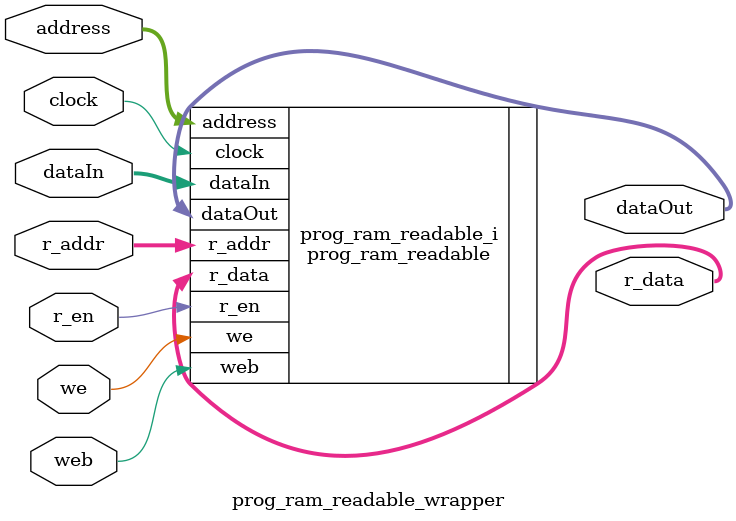
<source format=v>
`timescale 1 ps / 1 ps

module prog_ram_readable_wrapper
   (address,
    clock,
    dataIn,
    dataOut,
    r_addr,
    r_data,
    r_en,
    we,
    web);
  input [9:0]address;
  input clock;
  input [7:0]dataIn;
  output [7:0]dataOut;
  input [9:0]r_addr;
  output [7:0]r_data;
  input r_en;
  input we;
  input web;

  wire [9:0]address;
  wire clock;
  wire [7:0]dataIn;
  wire [7:0]dataOut;
  wire [9:0]r_addr;
  wire [7:0]r_data;
  wire r_en;
  wire we;
  wire web;

  prog_ram_readable prog_ram_readable_i
       (.address(address),
        .clock(clock),
        .dataIn(dataIn),
        .dataOut(dataOut),
        .r_addr(r_addr),
        .r_data(r_data),
        .r_en(r_en),
        .we(we),
        .web(web));
endmodule

</source>
